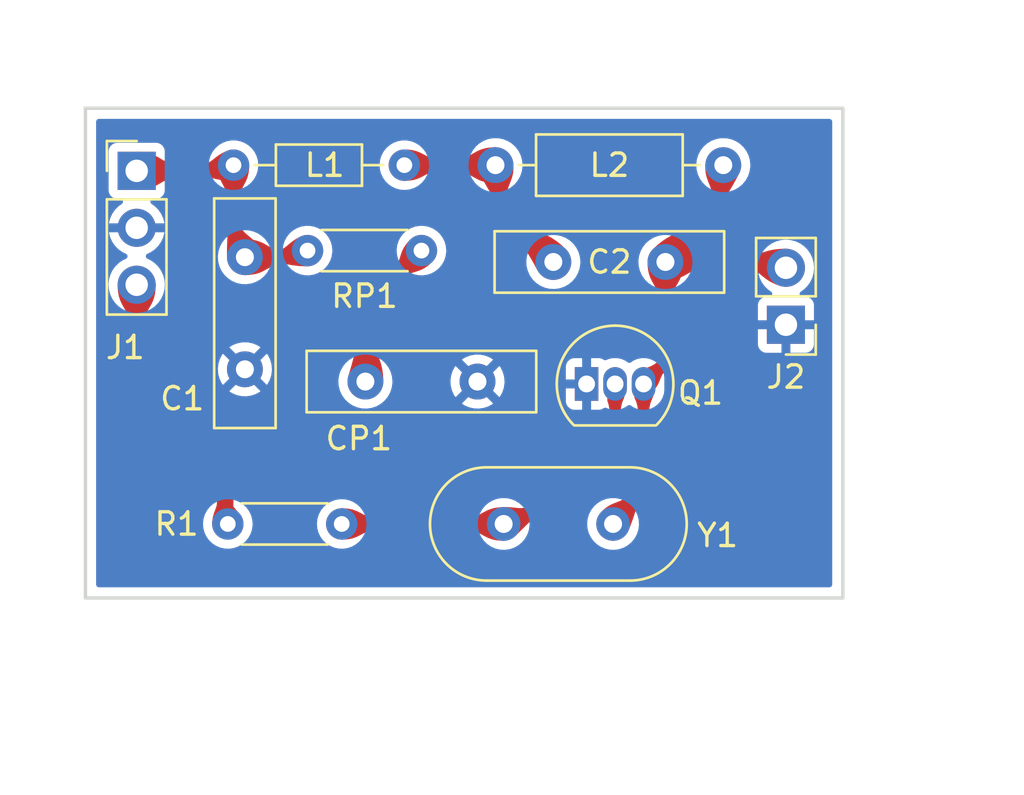
<source format=kicad_pcb>
(kicad_pcb (version 20211014) (generator pcbnew)
  (layers (0 "F.Cu" signal) (31 "B.Cu" signal) (34 "B.Paste" user) (35 "F.Paste" user) (36 "B.SilkS" user "B.Silkscreen") (37 "F.SilkS" user "F.Silkscreen") (38 "B.Mask" user) (39 "F.Mask" user) (44 "Edge.Cuts" user))
  (net 0 "")
  (net 1 "GND")
  (net 2 "Net-(C1-Pad2)")
  (net 3 "Net-(C2-Pad1)")
  (net 4 "Net-(C2-Pad2)")
  (net 5 "Net-(CP1-Pad1)")
  (net 6 "Net-(Q1-Pad2)")
  (net 7 "data")
  (footprint "Capacitor_THT:C_Disc_D10.0mm_W2.5mm_P5.00mm" (layer "F.Cu") (at 64.556 108.458)
    (fp_text reference "CP1" (at -0.294 2.54) (layer "F.SilkS"))
    (fp_text value "C_Small")
    (fp_line (start 7.62 -1.37) (end 7.62 1.37) (layer "F.SilkS") (width 0.12))
    (fp_line (start -2.62 -1.37) (end -2.62 1.37) (layer "F.SilkS") (width 0.12))
    (fp_line (start -2.62 -1.37) (end 7.62 -1.37) (layer "F.SilkS") (width 0.12))
    (fp_line (start -2.62 1.37) (end 7.62 1.37) (layer "F.SilkS") (width 0.12))
    (pad "1" thru_hole circle (at 0 0) (size 1.6 1.6) (drill 0.8) (layers *.Cu *.Mask) (net 5 "Net-(CP1-Pad1)"))
    (pad "2" thru_hole circle (at 5 0) (size 1.6 1.6) (drill 0.8) (layers *.Cu *.Mask) (net 1 "GND"))
  )
  (footprint "Resistor_THT:R_Axial_DIN0204_L3.6mm_D1.6mm_P5.08mm_Horizontal" (layer "F.Cu") (at 61.976 102.616)
    (fp_text reference "RP1" (at 2.54 2.032) (layer "F.SilkS"))
    (fp_text value "R_Small")
    (fp_line (start 0.62 0.92) (end 4.46 0.92) (layer "F.SilkS") (width 0.12))
    (fp_line (start 0.62 -0.92) (end 4.46 -0.92) (layer "F.SilkS") (width 0.12))
    (pad "1" thru_hole circle (at 0 0) (size 1.4 1.4) (drill 0.7) (layers *.Cu *.Mask) (net 2 "Net-(C1-Pad2)"))
    (pad "2" thru_hole oval (at 5.08 0) (size 1.4 1.4) (drill 0.7) (layers *.Cu *.Mask) (net 5 "Net-(CP1-Pad1)"))
  )
  (footprint "Resistor_THT:R_Axial_DIN0204_L3.6mm_D1.6mm_P5.08mm_Horizontal" (layer "F.Cu") (at 58.42 114.808)
    (fp_text reference "R1" (at -2.286 0) (layer "F.SilkS"))
    (fp_text value "R_Small")
    (fp_line (start 0.62 -0.92) (end 4.46 -0.92) (layer "F.SilkS") (width 0.12))
    (fp_line (start 0.62 0.92) (end 4.46 0.92) (layer "F.SilkS") (width 0.12))
    (pad "1" thru_hole circle (at 0 0) (size 1.4 1.4) (drill 0.7) (layers *.Cu *.Mask) (net 7 "data"))
    (pad "2" thru_hole oval (at 5.08 0) (size 1.4 1.4) (drill 0.7) (layers *.Cu *.Mask) (net 6 "Net-(Q1-Pad2)"))
  )
  (footprint "Capacitor_THT:C_Disc_D10.0mm_W2.5mm_P5.00mm" (layer "F.Cu") (at 77.938 103.124 180)
    (fp_text reference "C2" (at 2.5 0) (layer "F.SilkS"))
    (fp_text value "C_Small")
    (fp_line (start 7.62 -1.37) (end 7.62 1.37) (layer "F.SilkS") (width 0.12))
    (fp_line (start -2.62 -1.37) (end 7.62 -1.37) (layer "F.SilkS") (width 0.12))
    (fp_line (start -2.62 1.37) (end 7.62 1.37) (layer "F.SilkS") (width 0.12))
    (fp_line (start -2.62 -1.37) (end -2.62 1.37) (layer "F.SilkS") (width 0.12))
    (pad "1" thru_hole circle (at 0 0 180) (size 1.6 1.6) (drill 0.8) (layers *.Cu *.Mask) (net 3 "Net-(C2-Pad1)"))
    (pad "2" thru_hole circle (at 5 0 180) (size 1.6 1.6) (drill 0.8) (layers *.Cu *.Mask) (net 4 "Net-(C2-Pad2)"))
  )
  (footprint "Connector_PinHeader_2.54mm:PinHeader_1x02_P2.54mm_Vertical" (layer "F.Cu") (at 83.312 105.923 180)
    (fp_text reference "J2" (at 0 -2.33) (layer "F.SilkS"))
    (fp_text value "Antenna")
    (fp_line (start -1.33 -1.33) (end 0 -1.33) (layer "F.SilkS") (width 0.12))
    (fp_line (start -1.33 0) (end -1.33 -1.33) (layer "F.SilkS") (width 0.12))
    (fp_line (start -1.33 3.87) (end 1.33 3.87) (layer "F.SilkS") (width 0.12))
    (fp_line (start 1.33 1.27) (end 1.33 3.87) (layer "F.SilkS") (width 0.12))
    (fp_line (start -1.33 1.27) (end 1.33 1.27) (layer "F.SilkS") (width 0.12))
    (fp_line (start -1.33 1.27) (end -1.33 3.87) (layer "F.SilkS") (width 0.12))
    (pad "1" thru_hole rect (at 0 0 180) (size 1.7 1.7) (drill 1) (layers *.Cu *.Mask) (net 1 "GND"))
    (pad "2" thru_hole oval (at 0 2.54 180) (size 1.7 1.7) (drill 1) (layers *.Cu *.Mask) (net 3 "Net-(C2-Pad1)"))
  )
  (footprint "Crystal:Crystal_HC49-4H_Vertical" (layer "F.Cu") (at 75.602 114.808 180)
    (fp_text reference "Y1" (at -4.662 -0.508) (layer "F.SilkS"))
    (fp_text value "Crystal_GND3")
    (fp_line (start -0.76 2.525) (end 5.64 2.525) (layer "F.SilkS") (width 0.12))
    (fp_line (start -0.76 -2.525) (end 5.64 -2.525) (layer "F.SilkS") (width 0.12))
    (fp_arc (start -0.76 2.525) (mid -3.285 0) (end -0.76 -2.525) (layer "F.SilkS") (width 0.12))
    (fp_arc (start 5.64 -2.525) (mid 8.165 0) (end 5.64 2.525) (layer "F.SilkS") (width 0.12))
    (pad "1" thru_hole circle (at 0 0 180) (size 1.5 1.5) (drill 0.8) (layers *.Cu *.Mask) (net 3 "Net-(C2-Pad1)"))
    (pad "2" thru_hole circle (at 4.88 0 180) (size 1.5 1.5) (drill 0.8) (layers *.Cu *.Mask) (net 6 "Net-(Q1-Pad2)"))
  )
  (footprint "Resistor_THT:R_Axial_DIN0204_L3.6mm_D1.6mm_P7.62mm_Horizontal" (layer "F.Cu") (at 58.674 98.806)
    (fp_text reference "L1" (at 4.064 0) (layer "F.SilkS"))
    (fp_text value "INDUCTOR")
    (fp_line (start 1.89 -0.92) (end 1.89 0.92) (layer "F.SilkS") (width 0.12))
    (fp_line (start 6.68 0) (end 5.73 0) (layer "F.SilkS") (width 0.12))
    (fp_line (start 0.94 0) (end 1.89 0) (layer "F.SilkS") (width 0.12))
    (fp_line (start 1.89 0.92) (end 5.73 0.92) (layer "F.SilkS") (width 0.12))
    (fp_line (start 5.73 0.92) (end 5.73 -0.92) (layer "F.SilkS") (width 0.12))
    (fp_line (start 5.73 -0.92) (end 1.89 -0.92) (layer "F.SilkS") (width 0.12))
    (pad "1" thru_hole circle (at 0 0) (size 1.4 1.4) (drill 0.7) (layers *.Cu *.Mask) (net 2 "Net-(C1-Pad2)"))
    (pad "2" thru_hole oval (at 7.62 0) (size 1.4 1.4) (drill 0.7) (layers *.Cu *.Mask) (net 4 "Net-(C2-Pad2)"))
  )
  (footprint "Resistor_THT:R_Axial_DIN0207_L6.3mm_D2.5mm_P10.16mm_Horizontal" (layer "F.Cu") (at 70.358 98.806)
    (fp_text reference "L2" (at 5.08 0) (layer "F.SilkS"))
    (fp_text value "INDUCTOR")
    (fp_line (start 9.12 0) (end 8.35 0) (layer "F.SilkS") (width 0.12))
    (fp_line (start 1.81 1.37) (end 8.35 1.37) (layer "F.SilkS") (width 0.12))
    (fp_line (start 8.35 1.37) (end 8.35 -1.37) (layer "F.SilkS") (width 0.12))
    (fp_line (start 1.04 0) (end 1.81 0) (layer "F.SilkS") (width 0.12))
    (fp_line (start 1.81 -1.37) (end 1.81 1.37) (layer "F.SilkS") (width 0.12))
    (fp_line (start 8.35 -1.37) (end 1.81 -1.37) (layer "F.SilkS") (width 0.12))
    (pad "1" thru_hole circle (at 0 0) (size 1.6 1.6) (drill 0.8) (layers *.Cu *.Mask) (net 4 "Net-(C2-Pad2)"))
    (pad "2" thru_hole oval (at 10.16 0) (size 1.6 1.6) (drill 0.8) (layers *.Cu *.Mask) (net 3 "Net-(C2-Pad1)"))
  )
  (footprint "Package_TO_SOT_THT:TO-92_Inline" (layer "F.Cu") (at 74.422 108.564)
    (fp_text reference "Q1" (at 5.08 0.402) (layer "F.SilkS"))
    (fp_text value "2N3904")
    (fp_line (start -0.53 1.85) (end 3.07 1.85) (layer "F.SilkS") (width 0.12))
    (fp_arc (start 1.27 -2.6) (mid 3.672087 -0.994977) (end 3.108478 1.838478) (layer "F.SilkS") (width 0.12))
    (fp_arc (start -0.568478 1.838478) (mid -1.132087 -0.994977) (end 1.27 -2.6) (layer "F.SilkS") (width 0.12))
    (pad "1" thru_hole rect (at 0 0) (size 1.05 1.5) (drill 0.75) (layers *.Cu *.Mask) (net 1 "GND"))
    (pad "2" thru_hole oval (at 1.27 0) (size 1.05 1.5) (drill 0.75) (layers *.Cu *.Mask) (net 6 "Net-(Q1-Pad2)"))
    (pad "3" thru_hole oval (at 2.54 0) (size 1.05 1.5) (drill 0.75) (layers *.Cu *.Mask) (net 3 "Net-(C2-Pad1)"))
  )
  (footprint "Capacitor_THT:C_Disc_D10.0mm_W2.5mm_P5.00mm" (layer "F.Cu") (at 59.182 107.91 90)
    (fp_text reference "C1" (at -1.31 -2.794 180) (layer "F.SilkS"))
    (fp_text value "C_Small")
    (fp_line (start -2.62 -1.37) (end 7.62 -1.37) (layer "F.SilkS") (width 0.12))
    (fp_line (start -2.62 1.37) (end 7.62 1.37) (layer "F.SilkS") (width 0.12))
    (fp_line (start -2.62 -1.37) (end -2.62 1.37) (layer "F.SilkS") (width 0.12))
    (fp_line (start 7.62 -1.37) (end 7.62 1.37) (layer "F.SilkS") (width 0.12))
    (pad "1" thru_hole circle (at 0 0 90) (size 1.6 1.6) (drill 0.8) (layers *.Cu *.Mask) (net 1 "GND"))
    (pad "2" thru_hole circle (at 5 0 90) (size 1.6 1.6) (drill 0.8) (layers *.Cu *.Mask) (net 2 "Net-(C1-Pad2)"))
  )
  (footprint "Connector_PinHeader_2.54mm:PinHeader_1x03_P2.54mm_Vertical" (layer "F.Cu") (at 54.356 99.06)
    (fp_text reference "J1" (at -0.508 7.874) (layer "F.SilkS"))
    (fp_text value "input/output")
    (fp_line (start -1.33 6.41) (end 1.33 6.41) (layer "F.SilkS") (width 0.12))
    (fp_line (start -1.33 0) (end -1.33 -1.33) (layer "F.SilkS") (width 0.12))
    (fp_line (start -1.33 -1.33) (end 0 -1.33) (layer "F.SilkS") (width 0.12))
    (fp_line (start -1.33 1.27) (end -1.33 6.41) (layer "F.SilkS") (width 0.12))
    (fp_line (start 1.33 1.27) (end 1.33 6.41) (layer "F.SilkS") (width 0.12))
    (fp_line (start -1.33 1.27) (end 1.33 1.27) (layer "F.SilkS") (width 0.12))
    (pad "1" thru_hole rect (at 0 0) (size 1.7 1.7) (drill 1) (layers *.Cu *.Mask) (net 2 "Net-(C1-Pad2)"))
    (pad "2" thru_hole oval (at 0 2.54) (size 1.7 1.7) (drill 1) (layers *.Cu *.Mask) (net 1 "GND"))
    (pad "3" thru_hole oval (at 0 5.08) (size 1.7 1.7) (drill 1) (layers *.Cu *.Mask) (net 7 "data"))
  )
  (gr_rect (start 52.07 96.266) (end 85.852 118.11) (layer "Edge.Cuts") (width 0.15) (fill none))
  (segment (start 58.674 98.806) (end 58.674 102.402) (width 0.5) (layer "F.Cu") (net 2))
  (segment (start 54.356 99.06) (end 58.42 99.06) (width 0.5) (layer "F.Cu") (net 2))
  (segment (start 58.674 102.402) (end 59.182 102.91) (width 0.5) (layer "F.Cu") (net 2))
  (segment (start 58.42 99.06) (end 58.674 98.806) (width 0.5) (layer "F.Cu") (net 2))
  (segment (start 61.682 102.91) (end 61.976 102.616) (width 0.5) (layer "F.Cu") (net 2))
  (segment (start 59.182 102.91) (end 61.682 102.91) (width 0.5) (layer "F.Cu") (net 2))
  (segment (start 83.053 103.124) (end 83.312 103.383) (width 0.5) (layer "F.Cu") (net 3))
  (segment (start 80.518 98.806) (end 80.518 98.887146) (width 0.5) (layer "F.Cu") (net 3))
  (segment (start 75.602 114.808) (end 75.790427 114.619573) (width 0.5) (layer "F.Cu") (net 3))
  (segment (start 77.938 107.588) (end 77.938 103.124) (width 0.5) (layer "F.Cu") (net 3))
  (segment (start 79.346427 101.715573) (end 77.938 103.124) (width 0.5) (layer "F.Cu") (net 3))
  (segment (start 77.938 103.124) (end 83.053 103.124) (width 0.5) (layer "F.Cu") (net 3))
  (segment (start 76.962 108.564) (end 77.938 107.588) (width 0.5) (layer "F.Cu") (net 3))
  (segment (start 76.962 111.791146) (end 76.962 108.564) (width 0.5) (layer "F.Cu") (net 3))
  (arc (start 79.346427 101.715573) (mid 80.213518 100.41788) (end 80.518 98.887146) (width 0.5) (layer "F.Cu") (net 3))
  (arc (start 75.790427 114.619573) (mid 76.657518 113.32188) (end 76.962 111.791146) (width 0.5) (layer "F.Cu") (net 3))
  (segment (start 71.529573 101.715573) (end 72.938 103.124) (width 0.5) (layer "F.Cu") (net 4))
  (segment (start 70.358 98.806) (end 70.358 98.887146) (width 0.5) (layer "F.Cu") (net 4))
  (segment (start 66.294 98.806) (end 70.358 98.806) (width 0.5) (layer "F.Cu") (net 4))
  (arc (start 70.358 98.887146) (mid 70.662482 100.41788) (end 71.529573 101.715573) (width 0.5) (layer "F.Cu") (net 4))
  (segment (start 64.556 108.458) (end 64.556 106.772854) (width 0.5) (layer "F.Cu") (net 5))
  (segment (start 65.727573 103.944427) (end 67.056 102.616) (width 0.5) (layer "F.Cu") (net 5))
  (arc (start 65.727573 103.944427) (mid 64.860482 105.24212) (end 64.556 106.772854) (width 0.5) (layer "F.Cu") (net 5))
  (segment (start 75.692 108.564) (end 75.692 110.545) (width 0.5) (layer "F.Cu") (net 6))
  (segment (start 70.722 114.808) (end 63.5 114.808) (width 0.5) (layer "F.Cu") (net 6))
  (segment (start 75.692 110.545) (end 71.429 114.808) (width 0.5) (layer "F.Cu") (net 6))
  (segment (start 71.429 114.808) (end 70.722 114.808) (width 0.5) (layer "F.Cu") (net 6))
  (segment (start 54.356 108.071146) (end 54.356 104.14) (width 0.5) (layer "F.Cu") (net 7))
  (segment (start 58.42 113.792) (end 55.527573 110.899573) (width 0.5) (layer "F.Cu") (net 7))
  (segment (start 58.42 114.808) (end 58.42 113.792) (width 0.5) (layer "F.Cu") (net 7))
  (arc (start 55.527573 110.899573) (mid 54.660482 109.60188) (end 54.356 108.071146) (width 0.5) (layer "F.Cu") (net 7))
  (zone (net 3) (net_name "Net-(C2-Pad1)") (layer "F.Cu") (priority 16962) (connect_pads yes (clearance 0)) (min_thickness 0.0254) (fill yes (thermal_gap 0.508) (thermal_bridge_width 0.508))
    (polygon (pts (xy 81.218 103.374) (xy 81.404755 103.380665) (xy 81.565226 103.399797) (xy 81.703362 103.4301) (xy 81.82311 103.470278) (xy 81.928417 103.519036) (xy 82.023231 103.575078) (xy 82.111499 103.637108) (xy 82.197169 103.70383) (xy 82.284188 103.77395) (xy 82.376505 103.84617) (xy 82.478066 103.919196) (xy 82.592819 103.991732) (xy 82.724712 104.062481) (xy 82.877692 104.130149) (xy 83.055707 104.19344) (xy 83.71722 103.511146) (xy 83.312 102.533) (xy 83.113708 102.537344) (xy 82.94057 102.54957) (xy 82.788715 102.568464) (xy 82.654275 102.592813) (xy 82.533379 102.621407) (xy 82.422157 102.653032) (xy 82.316741 102.686475) (xy 82.213258 102.720524) (xy 82.107842 102.753968) (xy 81.99662 102.785592) (xy 81.875724 102.814186) (xy 81.741284 102.838536) (xy 81.589429 102.857429) (xy 81.416291 102.869655) (xy 81.218 102.874)))
  )
  (zone (net 6) (net_name "Net-(Q1-Pad2)") (layer "F.Cu") (priority 16962) (connect_pads yes (clearance 0)) (min_thickness 0.0254) (fill yes (thermal_gap 0.508) (thermal_bridge_width 0.508))
    (polygon (pts (xy 68.857 115.058) (xy 69.036946 115.06437) (xy 69.193059 115.082296) (xy 69.329004 115.11) (xy 69.448448 115.145703) (xy 69.555058 115.187629) (xy 69.652502 115.234) (xy 69.744445 115.283037) (xy 69.834554 115.332962) (xy 69.926497 115.382) (xy 70.023941 115.42837) (xy 70.130551 115.470296) (xy 70.249995 115.506) (xy 70.38594 115.533703) (xy 70.542053 115.551629) (xy 70.722 115.558) (xy 71.097 114.808) (xy 70.722 114.058) (xy 70.542053 114.06437) (xy 70.38594 114.082296) (xy 70.249995 114.11) (xy 70.130551 114.145703) (xy 70.023941 114.187629) (xy 69.926497 114.234) (xy 69.834554 114.283037) (xy 69.744445 114.332962) (xy 69.652502 114.382) (xy 69.555058 114.42837) (xy 69.448448 114.470296) (xy 69.329004 114.506) (xy 69.193059 114.533703) (xy 69.036946 114.551629) (xy 68.857 114.558)))
  )
  (zone (net 3) (net_name "Net-(C2-Pad1)") (layer "F.Cu") (priority 16962) (connect_pads yes (clearance 0)) (min_thickness 0.0254) (fill yes (thermal_gap 0.508) (thermal_bridge_width 0.508))
    (polygon (pts (xy 78.188 105.114) (xy 78.195007 104.921642) (xy 78.214725 104.754866) (xy 78.2452 104.609736) (xy 78.284474 104.482317) (xy 78.330592 104.368673) (xy 78.3816 104.264868) (xy 78.43554 104.166966) (xy 78.490459 104.071033) (xy 78.5444 103.973131) (xy 78.595407 103.869326) (xy 78.641525 103.755682) (xy 78.6808 103.628263) (xy 78.711274 103.483133) (xy 78.730992 103.316357) (xy 78.738 103.124) (xy 77.938 102.724) (xy 77.138 103.124) (xy 77.145007 103.316357) (xy 77.164725 103.483133) (xy 77.1952 103.628263) (xy 77.234474 103.755682) (xy 77.280592 103.869326) (xy 77.3316 103.973131) (xy 77.38554 104.071033) (xy 77.440459 104.166966) (xy 77.4944 104.264868) (xy 77.545407 104.368673) (xy 77.591525 104.482317) (xy 77.6308 104.609736) (xy 77.661274 104.754866) (xy 77.680992 104.921642) (xy 77.688 105.114)))
  )
  (zone (net 3) (net_name "Net-(C2-Pad1)") (layer "F.Cu") (priority 16962) (connect_pads yes (clearance 0)) (min_thickness 0.0254) (fill yes (thermal_gap 0.508) (thermal_bridge_width 0.508))
    (polygon (pts (xy 76.44221 113.187841) (xy 76.373483 113.338984) (xy 76.301115 113.461732) (xy 76.225133 113.560123) (xy 76.14556 113.638194) (xy 76.062421 113.699984) (xy 75.975743 113.749531) (xy 75.885549 113.790874) (xy 75.791865 113.82805) (xy 75.694716 113.865098) (xy 75.594127 113.906056) (xy 75.490124 113.954962) (xy 75.38273 114.015855) (xy 75.271972 114.092773) (xy 75.157873 114.189753) (xy 75.040461 114.310835) (xy 75.353418 115.088769) (xy 76.298035 115.087345) (xy 76.360557 114.929039) (xy 76.41366 114.789629) (xy 76.458795 114.666206) (xy 76.49741 114.555863) (xy 76.530953 114.455695) (xy 76.560874 114.362793) (xy 76.588621 114.274252) (xy 76.615644 114.187164) (xy 76.643392 114.098623) (xy 76.673312 114.005721) (xy 76.706856 113.905552) (xy 76.74547 113.79521) (xy 76.790605 113.671787) (xy 76.843709 113.532376) (xy 76.906232 113.374071)))
  )
  (zone (net 7) (net_name "data") (layer "F.Cu") (priority 16962) (connect_pads yes (clearance 0)) (min_thickness 0.0254) (fill yes (thermal_gap 0.508) (thermal_bridge_width 0.508))
    (polygon (pts (xy 57.724207 113.449761) (xy 57.807817 113.542278) (xy 57.868279 113.628647) (xy 57.90817 113.710223) (xy 57.930067 113.788359) (xy 57.936543 113.864408) (xy 57.930177 113.939725) (xy 57.913544 114.015663) (xy 57.88922 114.093577) (xy 57.859782 114.174819) (xy 57.827804 114.260745) (xy 57.795864 114.352707) (xy 57.766537 114.45206) (xy 57.7424 114.560157) (xy 57.726029 114.678352) (xy 57.72 114.808) (xy 58.42 115.158) (xy 58.914974 114.313026) (xy 58.819826 114.213041) (xy 58.741536 114.121142) (xy 58.677509 114.036082) (xy 58.625153 113.956619) (xy 58.581873 113.881509) (xy 58.545078 113.809508) (xy 58.512172 113.739373) (xy 58.480563 113.66986) (xy 58.447657 113.599724) (xy 58.410861 113.527724) (xy 58.367582 113.452613) (xy 58.315225 113.37315) (xy 58.251199 113.288091) (xy 58.172908 113.196191) (xy 58.077761 113.096207)))
  )
  (zone (net 3) (net_name "Net-(C2-Pad1)") (layer "F.Cu") (priority 16962) (connect_pads yes (clearance 0)) (min_thickness 0.0254) (fill yes (thermal_gap 0.508) (thermal_bridge_width 0.508))
    (polygon (pts (xy 79.928 102.874) (xy 79.735642 102.866992) (xy 79.568866 102.847274) (xy 79.423736 102.8168) (xy 79.296317 102.777525) (xy 79.182673 102.731407) (xy 79.078868 102.6804) (xy 78.980966 102.626459) (xy 78.885033 102.57154) (xy 78.787131 102.5176) (xy 78.683326 102.466592) (xy 78.569682 102.420474) (xy 78.442263 102.3812) (xy 78.297133 102.350725) (xy 78.130357 102.331007) (xy 77.938 102.324) (xy 77.538 103.124) (xy 77.938 103.924) (xy 78.130357 103.916992) (xy 78.297133 103.897274) (xy 78.442263 103.8668) (xy 78.569682 103.827525) (xy 78.683326 103.781407) (xy 78.787131 103.7304) (xy 78.885033 103.676459) (xy 78.980966 103.62154) (xy 79.078868 103.5676) (xy 79.182673 103.516592) (xy 79.296317 103.470474) (xy 79.423736 103.4312) (xy 79.568866 103.400725) (xy 79.735642 103.381007) (xy 79.928 103.374)))
  )
  (zone (net 2) (net_name "Net-(C1-Pad2)") (layer "F.Cu") (priority 16962) (connect_pads yes (clearance 0)) (min_thickness 0.0254) (fill yes (thermal_gap 0.508) (thermal_bridge_width 0.508))
    (polygon (pts (xy 61.172 102.66) (xy 60.979642 102.652992) (xy 60.812866 102.633274) (xy 60.667736 102.6028) (xy 60.540317 102.563525) (xy 60.426673 102.517407) (xy 60.322868 102.4664) (xy 60.224966 102.412459) (xy 60.129033 102.35754) (xy 60.031131 102.3036) (xy 59.927326 102.252592) (xy 59.813682 102.206474) (xy 59.686263 102.1672) (xy 59.541133 102.136725) (xy 59.374357 102.117007) (xy 59.182 102.11) (xy 58.782 102.91) (xy 59.182 103.71) (xy 59.374357 103.702992) (xy 59.541133 103.683274) (xy 59.686263 103.6528) (xy 59.813682 103.613525) (xy 59.927326 103.567407) (xy 60.031131 103.5164) (xy 60.129033 103.462459) (xy 60.224966 103.40754) (xy 60.322868 103.3536) (xy 60.426673 103.302592) (xy 60.540317 103.256474) (xy 60.667736 103.2172) (xy 60.812866 103.186725) (xy 60.979642 103.167007) (xy 61.172 103.16)))
  )
  (zone (net 6) (net_name "Net-(Q1-Pad2)") (layer "F.Cu") (priority 16962) (connect_pads yes (clearance 0)) (min_thickness 0.0254) (fill yes (thermal_gap 0.508) (thermal_bridge_width 0.508))
    (polygon (pts (xy 72.090144 113.793303) (xy 71.992675 113.8846) (xy 71.902252 113.956818) (xy 71.817363 114.011935) (xy 71.736494 114.051927) (xy 71.658133 114.078772) (xy 71.580767 114.094448) (xy 71.502883 114.100932) (xy 71.422967 114.100202) (xy 71.339508 114.094234) (xy 71.250992 114.085008) (xy 71.155907 114.0745) (xy 71.052739 114.064687) (xy 70.939975 114.057548) (xy 70.816103 114.055059) (xy 70.67961 114.059199) (xy 70.3476 114.829195) (xy 71.25233 115.33833) (xy 71.363881 115.226777) (xy 71.461664 115.12899) (xy 71.547796 115.042852) (xy 71.624396 114.966244) (xy 71.693582 114.897049) (xy 71.757473 114.833148) (xy 71.818186 114.772425) (xy 71.87784 114.71276) (xy 71.938553 114.652037) (xy 72.002443 114.588136) (xy 72.07163 114.518941) (xy 72.14823 114.442333) (xy 72.234362 114.356195) (xy 72.332145 114.258408) (xy 72.443697 114.146856)))
  )
  (zone (net 2) (net_name "Net-(C1-Pad2)") (layer "F.Cu") (priority 16962) (connect_pads yes (clearance 0)) (min_thickness 0.0254) (fill yes (thermal_gap 0.508) (thermal_bridge_width 0.508))
    (polygon (pts (xy 60.282 103.16) (xy 60.441188 103.161987) (xy 60.580553 103.16758) (xy 60.703144 103.176224) (xy 60.812011 103.187363) (xy 60.910203 103.200444) (xy 61.000772 103.214912) (xy 61.086765 103.230211) (xy 61.171234 103.245788) (xy 61.257227 103.261088) (xy 61.347796 103.275555) (xy 61.445988 103.288636) (xy 61.554855 103.299776) (xy 61.677446 103.308419) (xy 61.816811 103.314012) (xy 61.976 103.316) (xy 62.29439 102.470648) (xy 61.685296 101.979219) (xy 61.553524 102.044317) (xy 61.44001 102.109604) (xy 61.3418 102.174385) (xy 61.255941 102.237968) (xy 61.179479 102.299658) (xy 61.109462 102.358764) (xy 61.042936 102.414592) (xy 60.976947 102.466447) (xy 60.908543 102.513638) (xy 60.83477 102.555471) (xy 60.752674 102.591253) (xy 60.659302 102.62029) (xy 60.551702 102.641888) (xy 60.426918 102.655356) (xy 60.282 102.66)))
  )
  (zone (net 5) (net_name "Net-(CP1-Pad1)") (layer "F.Cu") (priority 16962) (connect_pads yes (clearance 0)) (min_thickness 0.0254) (fill yes (thermal_gap 0.508) (thermal_bridge_width 0.508))
    (polygon (pts (xy 64.4958 105.516892) (xy 64.420019 105.767324) (xy 64.3566 105.987704) (xy 64.30364 106.182657) (xy 64.259237 106.356805) (xy 64.221491 106.514771) (xy 64.188499 106.66118) (xy 64.15836 106.800653) (xy 64.129172 106.937815) (xy 64.099032 107.077288) (xy 64.066041 107.223697) (xy 64.028294 107.381663) (xy 63.983892 107.555811) (xy 63.930932 107.750764) (xy 63.867513 107.971144) (xy 63.791733 108.221577) (xy 64.556 108.858) (xy 65.356 108.458) (xy 65.345941 108.193567) (xy 65.318155 107.960974) (xy 65.276221 107.755451) (xy 65.223724 107.572229) (xy 65.164244 107.406538) (xy 65.101364 107.25361) (xy 65.038666 107.108675) (xy 64.979731 106.966965) (xy 64.928142 106.823709) (xy 64.887481 106.674139) (xy 64.86133 106.513486) (xy 64.853271 106.33698) (xy 64.866886 106.139852) (xy 64.905757 105.917334) (xy 64.973466 105.664656)))
  )
  (zone (net 4) (net_name "Net-(C2-Pad2)") (layer "F.Cu") (priority 16962) (connect_pads yes (clearance 0)) (min_thickness 0.0254) (fill yes (thermal_gap 0.508) (thermal_bridge_width 0.508))
    (polygon (pts (xy 71.031788 100.61881) (xy 70.958435 100.460573) (xy 70.910665 100.319051) (xy 70.885263 100.191458) (xy 70.879012 100.075014) (xy 70.888698 99.966937) (xy 70.911107 99.864443) (xy 70.943021 99.76475) (xy 70.981228 99.665077) (xy 71.022511 99.56264) (xy 71.063655 99.454658) (xy 71.101446 99.338348) (xy 71.132668 99.210928) (xy 71.154106 99.069615) (xy 71.162544 98.911627) (xy 71.154769 98.734183) (xy 70.322092 98.407616) (xy 69.648409 99.175431) (xy 69.732104 99.33452) (xy 69.806784 99.473265) (xy 69.873835 99.594795) (xy 69.934644 99.70224) (xy 69.9906 99.79873) (xy 70.043087 99.887395) (xy 70.093494 99.971364) (xy 70.143208 100.053769) (xy 70.193615 100.137739) (xy 70.246102 100.226404) (xy 70.302057 100.322893) (xy 70.362867 100.430338) (xy 70.429918 100.551868) (xy 70.504598 100.690613) (xy 70.588294 100.849704)))
  )
  (zone (net 3) (net_name "Net-(C2-Pad1)") (layer "F.Cu") (priority 16962) (connect_pads yes (clearance 0)) (min_thickness 0.0254) (fill yes (thermal_gap 0.508) (thermal_bridge_width 0.508))
    (polygon (pts (xy 79.834844 100.636752) (xy 79.690261 100.888154) (xy 79.547302 101.094102) (xy 79.404946 101.261019) (xy 79.262173 101.395332) (xy 79.117963 101.503464) (xy 78.971295 101.59184) (xy 78.821148 101.666885) (xy 78.666503 101.735025) (xy 78.506339 101.802683) (xy 78.339636 101.876284) (xy 78.165373 101.962255) (xy 77.982529 102.067018) (xy 77.790085 102.196999) (xy 77.587021 102.358623) (xy 77.372315 102.558315) (xy 77.655158 103.406842) (xy 78.645587 103.497255) (xy 78.783088 103.242523) (xy 78.908274 103.021899) (xy 79.02304 102.830135) (xy 79.129281 102.661983) (xy 79.22889 102.512197) (xy 79.323763 102.375529) (xy 79.415794 102.246732) (xy 79.506877 102.120559) (xy 79.598908 101.991761) (xy 79.693781 101.855093) (xy 79.79339 101.705307) (xy 79.899631 101.537155) (xy 80.014397 101.345391) (xy 80.139584 101.124767) (xy 80.277086 100.870036)))
  )
  (zone (net 3) (net_name "Net-(C2-Pad1)") (layer "F.Cu") (priority 16962) (connect_pads yes (clearance 0)) (min_thickness 0.0254) (fill yes (thermal_gap 0.508) (thermal_bridge_width 0.508))
    (polygon (pts (xy 77.709764 107.462682) (xy 77.619085 107.548405) (xy 77.535298 107.618249) (xy 77.457341 107.674657) (xy 77.384155 107.720073) (xy 77.314679 107.756938) (xy 77.247854 107.787696) (xy 77.182619 107.814789) (xy 77.117913 107.840661) (xy 77.052678 107.867755) (xy 76.985853 107.898512) (xy 76.916377 107.935377) (xy 76.843191 107.980793) (xy 76.765234 108.037201) (xy 76.681447 108.107045) (xy 76.590769 108.192769) (xy 76.776385 108.749615) (xy 77.333231 108.935231) (xy 77.418954 108.844552) (xy 77.488798 108.760765) (xy 77.545206 108.682808) (xy 77.590622 108.609622) (xy 77.627487 108.540146) (xy 77.658244 108.473321) (xy 77.685338 108.408086) (xy 77.71121 108.34338) (xy 77.738303 108.278145) (xy 77.769061 108.21132) (xy 77.805926 108.141844) (xy 77.851342 108.068658) (xy 77.90775 107.990701) (xy 77.977594 107.906914) (xy 78.063318 107.816236)))
  )
  (zone (net 2) (net_name "Net-(C1-Pad2)") (layer "F.Cu") (priority 16962) (connect_pads yes (clearance 0)) (min_thickness 0.0254) (fill yes (thermal_gap 0.508) (thermal_bridge_width 0.508))
    (polygon (pts (xy 56.471 98.81) (xy 56.266222 98.802355) (xy 56.088778 98.780844) (xy 55.934461 98.7476) (xy 55.799068 98.704755) (xy 55.678393 98.654444) (xy 55.56823 98.5988) (xy 55.464376 98.539955) (xy 55.362623 98.480044) (xy 55.258769 98.4212) (xy 55.148606 98.365555) (xy 55.027931 98.315244) (xy 54.892538 98.2724) (xy 54.738221 98.239155) (xy 54.560777 98.217644) (xy 54.356 98.21) (xy 53.931 99.06) (xy 54.356 99.91) (xy 54.560777 99.902355) (xy 54.738221 99.880844) (xy 54.892538 99.8476) (xy 55.027931 99.804755) (xy 55.148606 99.754444) (xy 55.258769 99.6988) (xy 55.362623 99.639955) (xy 55.464376 99.580044) (xy 55.56823 99.5212) (xy 55.678393 99.465555) (xy 55.799068 99.415244) (xy 55.934461 99.3724) (xy 56.088778 99.339155) (xy 56.266222 99.317644) (xy 56.471 99.31)))
  )
  (zone (net 4) (net_name "Net-(C2-Pad2)") (layer "F.Cu") (priority 16962) (connect_pads yes (clearance 0)) (min_thickness 0.0254) (fill yes (thermal_gap 0.508) (thermal_bridge_width 0.508))
    (polygon (pts (xy 70.598937 100.870012) (xy 70.736437 101.124744) (xy 70.861623 101.345369) (xy 70.976388 101.537135) (xy 71.082627 101.705288) (xy 71.182234 101.855076) (xy 71.277105 101.991746) (xy 71.369133 102.120545) (xy 71.460215 102.24672) (xy 71.552243 102.375519) (xy 71.647114 102.512189) (xy 71.746722 102.661977) (xy 71.85296 102.83013) (xy 71.967725 103.021896) (xy 72.092911 103.242521) (xy 72.230412 103.497254) (xy 73.220842 103.406842) (xy 73.503685 102.558315) (xy 73.288979 102.358623) (xy 73.085915 102.196998) (xy 72.893472 102.067016) (xy 72.71063 101.962251) (xy 72.536369 101.876279) (xy 72.369667 101.802676) (xy 72.209505 101.735015) (xy 72.054862 101.666874) (xy 71.904718 101.591826) (xy 71.758051 101.503447) (xy 71.613843 101.395314) (xy 71.471072 101.261) (xy 71.328718 101.094081) (xy 71.18576 100.888132) (xy 71.041179 100.63673)))
  )
  (zone (net 2) (net_name "Net-(C1-Pad2)") (layer "F.Cu") (priority 16962) (connect_pads yes (clearance 0)) (min_thickness 0.0254) (fill yes (thermal_gap 0.508) (thermal_bridge_width 0.508))
    (polygon (pts (xy 58.424 101.082) (xy 58.423464 101.253193) (xy 58.421959 101.403247) (xy 58.419632 101.535413) (xy 58.416632 101.652943) (xy 58.413111 101.75909) (xy 58.409216 101.857106) (xy 58.405096 101.950244) (xy 58.400903 102.041755) (xy 58.396784 102.134893) (xy 58.392888 102.232909) (xy 58.389367 102.339056) (xy 58.386368 102.456586) (xy 58.38404 102.588752) (xy 58.382535 102.738806) (xy 58.382 102.91) (xy 59.433565 103.22099) (xy 59.80398 102.40687) (xy 59.705633 102.292168) (xy 59.610955 102.193489) (xy 59.520409 102.108006) (xy 59.434454 102.03289) (xy 59.353553 101.965314) (xy 59.278167 101.902448) (xy 59.208757 101.841464) (xy 59.145785 101.779536) (xy 59.089713 101.713834) (xy 59.041001 101.64153) (xy 59.000111 101.559796) (xy 58.967504 101.465804) (xy 58.943643 101.356726) (xy 58.928987 101.229734) (xy 58.924 101.082)))
  )
  (zone (net 6) (net_name "Net-(Q1-Pad2)") (layer "F.Cu") (priority 16962) (connect_pads yes (clearance 0)) (min_thickness 0.0254) (fill yes (thermal_gap 0.508) (thermal_bridge_width 0.508))
    (polygon (pts (xy 75.942 109.8715) (xy 75.945503 109.746765) (xy 75.955362 109.638131) (xy 75.9706 109.54312) (xy 75.990237 109.459256) (xy 76.013296 109.384062) (xy 76.0388 109.31506) (xy 76.06577 109.249773) (xy 76.093229 109.185726) (xy 76.1202 109.120439) (xy 76.145703 109.051437) (xy 76.168762 108.976243) (xy 76.1884 108.892379) (xy 76.203637 108.797368) (xy 76.213496 108.688734) (xy 76.217 108.564) (xy 75.692 108.3015) (xy 75.167 108.564) (xy 75.170503 108.688734) (xy 75.180362 108.797368) (xy 75.1956 108.892379) (xy 75.215237 108.976243) (xy 75.238296 109.051437) (xy 75.2638 109.120439) (xy 75.29077 109.185726) (xy 75.318229 109.249773) (xy 75.3452 109.31506) (xy 75.370703 109.384062) (xy 75.393762 109.459256) (xy 75.4134 109.54312) (xy 75.428637 109.638131) (xy 75.438496 109.746765) (xy 75.442 109.8715)))
  )
  (zone (net 6) (net_name "Net-(Q1-Pad2)") (layer "F.Cu") (priority 16962) (connect_pads yes (clearance 0)) (min_thickness 0.0254) (fill yes (thermal_gap 0.508) (thermal_bridge_width 0.508))
    (polygon (pts (xy 65.24 114.558) (xy 65.072453 114.552266) (xy 64.926998 114.536133) (xy 64.800236 114.5112) (xy 64.688767 114.479066) (xy 64.589194 114.441333) (xy 64.498118 114.3996) (xy 64.412139 114.355466) (xy 64.32786 114.310533) (xy 64.241881 114.2664) (xy 64.150805 114.224666) (xy 64.051232 114.186933) (xy 63.939763 114.1548) (xy 63.813001 114.129866) (xy 63.667546 114.113733) (xy 63.5 114.108) (xy 63.15 114.808) (xy 63.5 115.508) (xy 63.667546 115.502266) (xy 63.813001 115.486133) (xy 63.939763 115.4612) (xy 64.051232 115.429066) (xy 64.150805 115.391333) (xy 64.241881 115.3496) (xy 64.32786 115.305466) (xy 64.412139 115.260533) (xy 64.498118 115.2164) (xy 64.589194 115.174666) (xy 64.688767 115.136933) (xy 64.800236 115.1048) (xy 64.926998 115.079866) (xy 65.072453 115.063733) (xy 65.24 115.058)))
  )
  (zone (net 2) (net_name "Net-(C1-Pad2)") (layer "F.Cu") (priority 16962) (connect_pads yes (clearance 0)) (min_thickness 0.0254) (fill yes (thermal_gap 0.508) (thermal_bridge_width 0.508))
    (polygon (pts (xy 58.924 100.546) (xy 58.929733 100.378453) (xy 58.945866 100.232998) (xy 58.9708 100.106236) (xy 59.002933 99.994767) (xy 59.040666 99.895194) (xy 59.0824 99.804118) (xy 59.126533 99.718139) (xy 59.171466 99.63386) (xy 59.2156 99.547881) (xy 59.257333 99.456805) (xy 59.295066 99.357232) (xy 59.3272 99.245763) (xy 59.352133 99.119001) (xy 59.368266 98.973546) (xy 59.374 98.806) (xy 58.674 98.456) (xy 57.974 98.806) (xy 57.979733 98.973546) (xy 57.995866 99.119001) (xy 58.0208 99.245763) (xy 58.052933 99.357232) (xy 58.090666 99.456805) (xy 58.1324 99.547881) (xy 58.176533 99.63386) (xy 58.221466 99.718139) (xy 58.2656 99.804118) (xy 58.307333 99.895194) (xy 58.345066 99.994767) (xy 58.3772 100.106236) (xy 58.402133 100.232998) (xy 58.418266 100.378453) (xy 58.424 100.546)))
  )
  (zone (net 4) (net_name "Net-(C2-Pad2)") (layer "F.Cu") (priority 16962) (connect_pads yes (clearance 0)) (min_thickness 0.0254) (fill yes (thermal_gap 0.508) (thermal_bridge_width 0.508))
    (polygon (pts (xy 68.368 99.056) (xy 68.560357 99.063007) (xy 68.727133 99.082725) (xy 68.872263 99.1132) (xy 68.999682 99.152474) (xy 69.113326 99.198592) (xy 69.217131 99.2496) (xy 69.315033 99.30354) (xy 69.410966 99.358459) (xy 69.508868 99.4124) (xy 69.612673 99.463407) (xy 69.726317 99.509525) (xy 69.853736 99.5488) (xy 69.998866 99.579274) (xy 70.165642 99.598992) (xy 70.358 99.606) (xy 70.758 98.806) (xy 70.358 98.006) (xy 70.165642 98.013007) (xy 69.998866 98.032725) (xy 69.853736 98.0632) (xy 69.726317 98.102474) (xy 69.612673 98.148592) (xy 69.508868 98.1996) (xy 69.410966 98.25354) (xy 69.315033 98.308459) (xy 69.217131 98.3624) (xy 69.113326 98.413407) (xy 68.999682 98.459525) (xy 68.872263 98.4988) (xy 68.727133 98.529274) (xy 68.560357 98.548992) (xy 68.368 98.556)))
  )
  (zone (net 5) (net_name "Net-(CP1-Pad1)") (layer "F.Cu") (priority 16962) (connect_pads yes (clearance 0)) (min_thickness 0.0254) (fill yes (thermal_gap 0.508) (thermal_bridge_width 0.508))
    (polygon (pts (xy 66.002412 104.023141) (xy 66.124939 103.908722) (xy 66.239199 103.817277) (xy 66.346464 103.745273) (xy 66.448005 103.689175) (xy 66.545096 103.645448) (xy 66.639006 103.610557) (xy 66.731009 103.580968) (xy 66.822376 103.553146) (xy 66.914379 103.523557) (xy 67.00829 103.488666) (xy 67.10538 103.444938) (xy 67.206922 103.38884) (xy 67.314187 103.316836) (xy 67.428447 103.225392) (xy 67.550974 103.110974) (xy 67.303487 102.368513) (xy 66.561026 102.121026) (xy 66.446607 102.243552) (xy 66.355163 102.357812) (xy 66.283159 102.465077) (xy 66.227061 102.566619) (xy 66.183333 102.663709) (xy 66.148442 102.75762) (xy 66.118853 102.849623) (xy 66.091031 102.94099) (xy 66.061442 103.032993) (xy 66.026551 103.126903) (xy 65.982824 103.223994) (xy 65.926726 103.325535) (xy 65.854722 103.4328) (xy 65.763277 103.54706) (xy 65.648859 103.669588)))
  )
  (zone (net 3) (net_name "Net-(C2-Pad1)") (layer "F.Cu") (priority 16962) (connect_pads yes (clearance 0)) (min_thickness 0.0254) (fill yes (thermal_gap 0.508) (thermal_bridge_width 0.508))
    (polygon (pts (xy 80.287741 100.849704) (xy 80.371435 100.690614) (xy 80.446113 100.551869) (xy 80.513162 100.430339) (xy 80.573969 100.322894) (xy 80.629922 100.226404) (xy 80.682407 100.137739) (xy 80.732811 100.053768) (xy 80.782522 99.971363) (xy 80.832927 99.887392) (xy 80.885412 99.798727) (xy 80.941364 99.702237) (xy 81.002172 99.594792) (xy 81.069221 99.473262) (xy 81.143899 99.334517) (xy 81.227593 99.175428) (xy 80.553908 98.407616) (xy 79.721231 98.734184) (xy 79.713455 98.911628) (xy 79.721895 99.069616) (xy 79.743335 99.210929) (xy 79.774559 99.338349) (xy 79.812352 99.454659) (xy 79.8535 99.562641) (xy 79.894786 99.665078) (xy 79.932996 99.764751) (xy 79.964914 99.864443) (xy 79.987326 99.966937) (xy 79.997015 100.075015) (xy 79.990767 100.191459) (xy 79.965366 100.319052) (xy 79.917598 100.460575) (xy 79.844247 100.618812)))
  )
  (zone (net 4) (net_name "Net-(C2-Pad2)") (layer "F.Cu") (priority 16962) (connect_pads yes (clearance 0)) (min_thickness 0.0254) (fill yes (thermal_gap 0.508) (thermal_bridge_width 0.508))
    (polygon (pts (xy 68.034 98.556) (xy 67.866453 98.550266) (xy 67.720998 98.534133) (xy 67.594236 98.5092) (xy 67.482767 98.477066) (xy 67.383194 98.439333) (xy 67.292118 98.3976) (xy 67.206139 98.353466) (xy 67.12186 98.308533) (xy 67.035881 98.2644) (xy 66.944805 98.222666) (xy 66.845232 98.184933) (xy 66.733763 98.1528) (xy 66.607001 98.127866) (xy 66.461546 98.111733) (xy 66.294 98.106) (xy 65.944 98.806) (xy 66.294 99.506) (xy 66.461546 99.500266) (xy 66.607001 99.484133) (xy 66.733763 99.4592) (xy 66.845232 99.427066) (xy 66.944805 99.389333) (xy 67.035881 99.3476) (xy 67.12186 99.303466) (xy 67.206139 99.258533) (xy 67.292118 99.2144) (xy 67.383194 99.172666) (xy 67.482767 99.134933) (xy 67.594236 99.1028) (xy 67.720998 99.077866) (xy 67.866453 99.061733) (xy 68.034 99.056)))
  )
  (zone (net 2) (net_name "Net-(C1-Pad2)") (layer "F.Cu") (priority 16962) (connect_pads yes (clearance 0)) (min_thickness 0.0254) (fill yes (thermal_gap 0.508) (thermal_bridge_width 0.508))
    (polygon (pts (xy 56.97 99.31) (xy 57.130453 99.312497) (xy 57.270827 99.319524) (xy 57.394209 99.330384) (xy 57.50369 99.344379) (xy 57.602359 99.360814) (xy 57.693304 99.378992) (xy 57.779616 99.398214) (xy 57.864383 99.417785) (xy 57.950695 99.437008) (xy 58.04164 99.455185) (xy 58.140309 99.47162) (xy 58.24979 99.485616) (xy 58.373172 99.496475) (xy 58.513546 99.503502) (xy 58.674 99.506) (xy 59.000257 98.679289) (xy 58.420577 98.153485) (xy 58.28271 98.212063) (xy 58.163925 98.27198) (xy 58.061174 98.332438) (xy 57.971411 98.39264) (xy 57.891589 98.45179) (xy 57.818663 98.509088) (xy 57.749587 98.56374) (xy 57.681313 98.614947) (xy 57.610796 98.661913) (xy 57.53499 98.703841) (xy 57.450848 98.739932) (xy 57.355325 98.769391) (xy 57.245373 98.79142) (xy 57.117946 98.805222) (xy 56.97 98.81)))
  )
  (zone (net 7) (net_name "data") (layer "F.Cu") (priority 16962) (connect_pads yes (clearance 0)) (min_thickness 0.0254) (fill yes (thermal_gap 0.508) (thermal_bridge_width 0.508))
    (polygon (pts (xy 54.606 106.255) (xy 54.613644 106.050222) (xy 54.635155 105.872778) (xy 54.6684 105.718461) (xy 54.711244 105.583068) (xy 54.761555 105.462393) (xy 54.8172 105.35223) (xy 54.876044 105.248376) (xy 54.935955 105.146623) (xy 54.9948 105.042769) (xy 55.050444 104.932606) (xy 55.100755 104.811931) (xy 55.1436 104.676538) (xy 55.176844 104.522221) (xy 55.198355 104.344777) (xy 55.206 104.14) (xy 54.356 103.715) (xy 53.506 104.14) (xy 53.513644 104.344777) (xy 53.535155 104.522221) (xy 53.5684 104.676538) (xy 53.611244 104.811931) (xy 53.661555 104.932606) (xy 53.7172 105.042769) (xy 53.776044 105.146623) (xy 53.835955 105.248376) (xy 53.8948 105.35223) (xy 53.950444 105.462393) (xy 54.000755 105.583068) (xy 54.0436 105.718461) (xy 54.076844 105.872778) (xy 54.098355 106.050222) (xy 54.106 106.255)))
  )
  (zone (net 3) (net_name "Net-(C2-Pad1)") (layer "F.Cu") (priority 16962) (connect_pads yes (clearance 0)) (min_thickness 0.0254) (fill yes (thermal_gap 0.508) (thermal_bridge_width 0.508))
    (polygon (pts (xy 77.212 109.8715) (xy 77.215503 109.746765) (xy 77.225362 109.638131) (xy 77.2406 109.54312) (xy 77.260237 109.459256) (xy 77.283296 109.384062) (xy 77.3088 109.31506) (xy 77.33577 109.249773) (xy 77.363229 109.185726) (xy 77.3902 109.120439) (xy 77.415703 109.051437) (xy 77.438762 108.976243) (xy 77.4584 108.892379) (xy 77.473637 108.797368) (xy 77.483496 108.688734) (xy 77.487 108.564) (xy 76.962 108.3015) (xy 76.437 108.564) (xy 76.440503 108.688734) (xy 76.450362 108.797368) (xy 76.4656 108.892379) (xy 76.485237 108.976243) (xy 76.508296 109.051437) (xy 76.5338 109.120439) (xy 76.56077 109.185726) (xy 76.588229 109.249773) (xy 76.6152 109.31506) (xy 76.640703 109.384062) (xy 76.663762 109.459256) (xy 76.6834 109.54312) (xy 76.698637 109.638131) (xy 76.708496 109.746765) (xy 76.712 109.8715)))
  )
  (zone (net 1) (net_name "GND") (layer "B.Cu") (connect_pads (clearance 0.4)) (min_thickness 0.25) (fill yes (thermal_gap 0.4) (thermal_bridge_width 0.4))
    (polygon (pts (xy 92.456 123.952) (xy 48.26 123.952) (xy 48.26 91.44) (xy 92.456 91.44)))
  )
)
</source>
